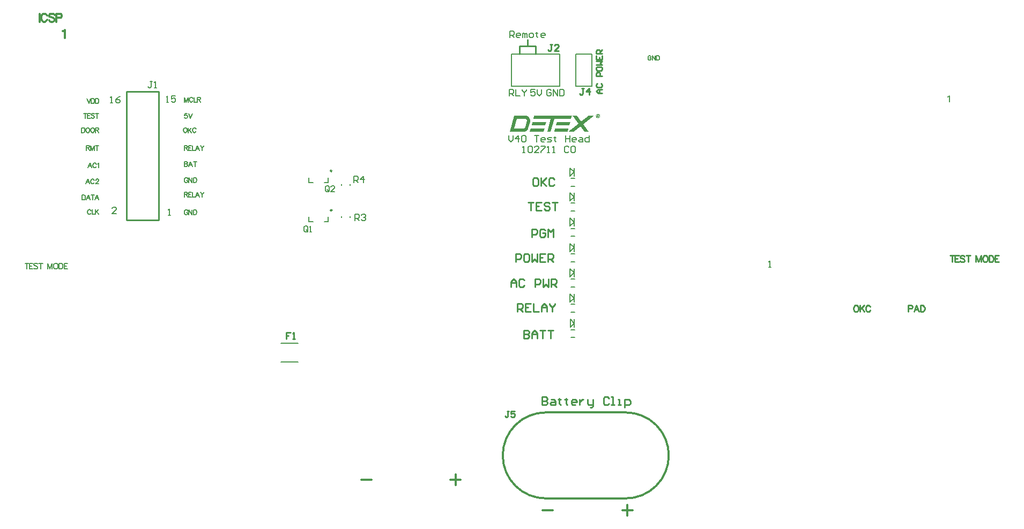
<source format=gto>
G04 Layer_Color=65535*
%FSLAX24Y24*%
%MOIN*%
G70*
G01*
G75*
%ADD16C,0.0120*%
%ADD19C,0.0100*%
%ADD41C,0.0098*%
%ADD42C,0.0040*%
%ADD43C,0.0079*%
%ADD44C,0.0080*%
%ADD45C,0.0059*%
%ADD46C,0.0070*%
G36*
X1680Y25255D02*
X1705Y25252D01*
X1737Y25245D01*
X1765Y25235D01*
X1797Y25220D01*
X1825Y25203D01*
X1857Y25180D01*
X1883Y25152D01*
X1902Y25130D01*
X1925Y25095D01*
X1943Y25055D01*
X1955Y25013D01*
X1963Y24970D01*
X1960Y24922D01*
X1957Y24887D01*
X1842Y24465D01*
X1832Y24437D01*
X1817Y24410D01*
X1797Y24375D01*
X1772Y24345D01*
X1743Y24320D01*
X1717Y24300D01*
X1695Y24285D01*
X1667Y24275D01*
X1630Y24260D01*
X1587Y24253D01*
X1565Y24250D01*
X695D01*
X965Y25257D01*
X1650D01*
X1680Y25255D01*
D02*
G37*
G36*
X2803Y24250D02*
X1940D01*
X1998Y24460D01*
X2860D01*
X2803Y24250D01*
D02*
G37*
G36*
X6205Y25310D02*
X6209Y25309D01*
X6213Y25309D01*
X6218Y25308D01*
X6223Y25307D01*
X6227Y25306D01*
X6227D01*
X6227Y25306D01*
X6228Y25305D01*
X6230Y25304D01*
X6233Y25303D01*
X6235Y25301D01*
X6238Y25299D01*
X6241Y25296D01*
X6243Y25292D01*
X6243Y25292D01*
X6244Y25290D01*
X6245Y25288D01*
X6246Y25285D01*
X6248Y25282D01*
X6249Y25278D01*
X6249Y25273D01*
X6250Y25268D01*
Y25268D01*
Y25267D01*
Y25266D01*
X6249Y25264D01*
X6249Y25263D01*
X6249Y25261D01*
X6249Y25258D01*
X6248Y25256D01*
X6247Y25251D01*
X6245Y25245D01*
X6243Y25242D01*
X6242Y25239D01*
X6239Y25237D01*
X6237Y25234D01*
X6237Y25234D01*
X6237Y25234D01*
X6236Y25233D01*
X6235Y25232D01*
X6234Y25231D01*
X6232Y25230D01*
X6230Y25229D01*
X6228Y25227D01*
X6226Y25226D01*
X6223Y25224D01*
X6220Y25223D01*
X6217Y25222D01*
X6213Y25221D01*
X6209Y25220D01*
X6205Y25219D01*
X6200Y25218D01*
X6201Y25218D01*
X6202Y25217D01*
X6203Y25216D01*
X6204Y25214D01*
X6206Y25212D01*
X6208Y25209D01*
X6210Y25206D01*
X6212Y25203D01*
X6212Y25203D01*
X6213Y25202D01*
X6213Y25201D01*
X6214Y25200D01*
X6215Y25198D01*
X6216Y25195D01*
X6218Y25193D01*
X6219Y25189D01*
X6221Y25186D01*
X6223Y25182D01*
X6225Y25178D01*
X6227Y25173D01*
X6230Y25168D01*
X6232Y25162D01*
X6234Y25156D01*
X6237Y25150D01*
X6202D01*
Y25150D01*
X6201Y25151D01*
X6201Y25151D01*
X6201Y25153D01*
X6200Y25154D01*
X6199Y25156D01*
X6199Y25158D01*
X6198Y25160D01*
X6197Y25163D01*
X6196Y25166D01*
X6194Y25170D01*
X6193Y25173D01*
X6191Y25178D01*
X6189Y25182D01*
X6187Y25187D01*
X6185Y25192D01*
Y25192D01*
X6184Y25193D01*
X6184Y25194D01*
X6184Y25195D01*
X6182Y25197D01*
X6180Y25200D01*
X6178Y25204D01*
X6176Y25207D01*
X6173Y25211D01*
X6172Y25212D01*
X6170Y25213D01*
X6170Y25213D01*
X6169Y25213D01*
X6168Y25214D01*
X6167Y25215D01*
X6164Y25215D01*
X6162Y25216D01*
X6158Y25216D01*
X6154Y25216D01*
X6141D01*
X6127Y25150D01*
X6094D01*
X6128Y25310D01*
X6203D01*
X6205Y25310D01*
D02*
G37*
G36*
X4342Y24457D02*
X4285Y24248D01*
X3455D01*
X3512Y24460D01*
X4342Y24457D01*
D02*
G37*
G36*
X4500Y25048D02*
X3455D01*
X3240Y24250D01*
X3033D01*
X3245Y25048D01*
X2155D01*
X2210Y25257D01*
X4555D01*
X4500Y25048D01*
D02*
G37*
G36*
X4392Y24648D02*
X3562D01*
X3620Y24857D01*
X4448D01*
X4392Y24648D01*
D02*
G37*
G36*
X5247Y24722D02*
X5602Y24250D01*
X5340D01*
X5085Y24592D01*
X4655Y24250D01*
X4320D01*
X4960Y24760D01*
X4590Y25257D01*
X4852D01*
X5125Y24890D01*
X5585Y25257D01*
X5920D01*
X5247Y24722D01*
D02*
G37*
G36*
X2910Y24648D02*
X2048D01*
X2105Y24857D01*
X2968D01*
X2910Y24648D01*
D02*
G37*
%LPC*%
G36*
X1128Y25053D02*
X965Y24444D01*
X970Y24460D01*
X1560D01*
X1585Y24465D01*
X1595Y24470D01*
X1610Y24480D01*
X1622Y24492D01*
X1632Y24505D01*
X1643Y24525D01*
X1650Y24550D01*
X1752Y24965D01*
X1750Y24978D01*
X1745Y24987D01*
X1737Y25000D01*
X1723Y25015D01*
X1713Y25027D01*
X1685Y25043D01*
X1670Y25048D01*
X1650Y25050D01*
X1128Y25048D01*
X1128Y25053D01*
D02*
G37*
G36*
X6196Y25283D02*
X6155D01*
X6146Y25240D01*
X6170D01*
X6172Y25240D01*
X6178Y25241D01*
X6183Y25241D01*
X6189Y25242D01*
X6192Y25242D01*
X6194Y25242D01*
X6196Y25243D01*
X6198Y25243D01*
X6199Y25243D01*
X6199Y25244D01*
X6201Y25245D01*
X6203Y25246D01*
X6205Y25247D01*
X6208Y25249D01*
X6210Y25251D01*
X6212Y25253D01*
X6212Y25253D01*
X6212Y25254D01*
X6213Y25256D01*
X6214Y25257D01*
X6215Y25260D01*
X6216Y25262D01*
X6217Y25265D01*
X6217Y25267D01*
Y25268D01*
Y25269D01*
X6216Y25270D01*
X6216Y25272D01*
X6215Y25274D01*
X6214Y25276D01*
X6212Y25279D01*
X6210Y25280D01*
X6209Y25281D01*
X6209Y25281D01*
X6208Y25281D01*
X6206Y25282D01*
X6203Y25282D01*
X6200Y25283D01*
X6196Y25283D01*
D02*
G37*
%LPD*%
D16*
X2935Y6774D02*
G03*
X2935Y1424I-7J-2675D01*
G01*
X7885D02*
G03*
X7885Y6774I17J2675D01*
G01*
X2935Y1424D02*
X7885D01*
X2935Y6774D02*
X7885D01*
X-7899Y2581D02*
X-8542D01*
X-2681Y2903D02*
Y2260D01*
X-2359Y2581D02*
X-3002D01*
X-28549Y31600D02*
Y31100D01*
X-28087Y31481D02*
X-28111Y31528D01*
X-28159Y31576D01*
X-28206Y31600D01*
X-28302D01*
X-28349Y31576D01*
X-28397Y31528D01*
X-28421Y31481D01*
X-28444Y31409D01*
Y31290D01*
X-28421Y31219D01*
X-28397Y31171D01*
X-28349Y31124D01*
X-28302Y31100D01*
X-28206D01*
X-28159Y31124D01*
X-28111Y31171D01*
X-28087Y31219D01*
X-27614Y31528D02*
X-27661Y31576D01*
X-27733Y31600D01*
X-27828D01*
X-27899Y31576D01*
X-27947Y31528D01*
Y31481D01*
X-27923Y31433D01*
X-27899Y31409D01*
X-27852Y31386D01*
X-27709Y31338D01*
X-27661Y31314D01*
X-27638Y31290D01*
X-27614Y31243D01*
Y31171D01*
X-27661Y31124D01*
X-27733Y31100D01*
X-27828D01*
X-27899Y31124D01*
X-27947Y31171D01*
X-27502Y31338D02*
X-27288D01*
X-27216Y31362D01*
X-27192Y31386D01*
X-27169Y31433D01*
Y31505D01*
X-27192Y31552D01*
X-27216Y31576D01*
X-27288Y31600D01*
X-27502D01*
Y31100D01*
X-27099Y30505D02*
X-27052Y30528D01*
X-26980Y30600D01*
Y30100D01*
X3375Y683D02*
X2733D01*
X8004Y362D02*
Y1004D01*
X8325Y683D02*
X7683D01*
D19*
X-21149Y18750D02*
Y26750D01*
X-23149Y18750D02*
X-21149D01*
X-23149D02*
Y26750D01*
X-21149D01*
X2301Y29100D02*
Y29600D01*
X1301D02*
X2301D01*
X1301Y29100D02*
Y29600D01*
X1801D02*
Y29973D01*
X-12933Y11750D02*
X-13199D01*
Y11550D01*
X-13066D01*
X-13199D01*
Y11350D01*
X-12799D02*
X-12666D01*
X-12733D01*
Y11750D01*
X-12799Y11683D01*
X634Y6850D02*
X517D01*
X576D01*
Y6558D01*
X517Y6500D01*
X459D01*
X401Y6558D01*
X984Y6850D02*
X751D01*
Y6675D01*
X867Y6733D01*
X926D01*
X984Y6675D01*
Y6558D01*
X926Y6500D01*
X809D01*
X751Y6558D01*
X3327Y29680D02*
X3194D01*
X3261D01*
Y29347D01*
X3194Y29280D01*
X3127D01*
X3061Y29347D01*
X3727Y29280D02*
X3461D01*
X3727Y29547D01*
Y29613D01*
X3661Y29680D01*
X3527D01*
X3461Y29613D01*
X5282Y26942D02*
X5149D01*
X5216D01*
Y26609D01*
X5149Y26542D01*
X5082D01*
X5016Y26609D01*
X5616Y26542D02*
Y26942D01*
X5416Y26742D01*
X5682D01*
X2371Y21380D02*
X2204D01*
X2121Y21297D01*
Y20963D01*
X2204Y20880D01*
X2371D01*
X2454Y20963D01*
Y21297D01*
X2371Y21380D01*
X2621D02*
Y20880D01*
Y21047D01*
X2954Y21380D01*
X2704Y21130D01*
X2954Y20880D01*
X3454Y21297D02*
X3370Y21380D01*
X3204D01*
X3120Y21297D01*
Y20963D01*
X3204Y20880D01*
X3370D01*
X3454Y20963D01*
X6422Y26664D02*
X6189D01*
X6072Y26781D01*
X6189Y26897D01*
X6422D01*
X6247D01*
Y26664D01*
X6130Y27247D02*
X6072Y27189D01*
Y27072D01*
X6130Y27014D01*
X6364D01*
X6422Y27072D01*
Y27189D01*
X6364Y27247D01*
X6422Y27714D02*
X6072D01*
Y27889D01*
X6130Y27947D01*
X6247D01*
X6305Y27889D01*
Y27714D01*
X6072Y28239D02*
Y28122D01*
X6130Y28064D01*
X6364D01*
X6422Y28122D01*
Y28239D01*
X6364Y28297D01*
X6130D01*
X6072Y28239D01*
Y28414D02*
X6422D01*
X6305Y28530D01*
X6422Y28647D01*
X6072D01*
Y28997D02*
Y28763D01*
X6422D01*
Y28997D01*
X6247Y28763D02*
Y28880D01*
X6422Y29113D02*
X6072D01*
Y29288D01*
X6130Y29347D01*
X6247D01*
X6305Y29288D01*
Y29113D01*
Y29230D02*
X6422Y29347D01*
X1551Y11900D02*
Y11400D01*
X1801D01*
X1884Y11484D01*
Y11567D01*
X1801Y11650D01*
X1551D01*
X1801D01*
X1884Y11734D01*
Y11817D01*
X1801Y11900D01*
X1551D01*
X2051Y11400D02*
Y11734D01*
X2217Y11900D01*
X2384Y11734D01*
Y11400D01*
Y11650D01*
X2051D01*
X2550Y11900D02*
X2884D01*
X2717D01*
Y11400D01*
X3050Y11900D02*
X3384D01*
X3217D01*
Y11400D01*
X1151Y13064D02*
Y13564D01*
X1401D01*
X1484Y13480D01*
Y13314D01*
X1401Y13230D01*
X1151D01*
X1317D02*
X1484Y13064D01*
X1984Y13564D02*
X1651D01*
Y13064D01*
X1984D01*
X1651Y13314D02*
X1817D01*
X2150Y13564D02*
Y13064D01*
X2484D01*
X2650D02*
Y13397D01*
X2817Y13564D01*
X2984Y13397D01*
Y13064D01*
Y13314D01*
X2650D01*
X3150Y13564D02*
Y13480D01*
X3317Y13314D01*
X3483Y13480D01*
Y13564D01*
X3317Y13314D02*
Y13064D01*
X751Y14600D02*
Y14933D01*
X917Y15100D01*
X1084Y14933D01*
Y14600D01*
Y14850D01*
X751D01*
X1584Y15017D02*
X1501Y15100D01*
X1334D01*
X1251Y15017D01*
Y14683D01*
X1334Y14600D01*
X1501D01*
X1584Y14683D01*
X2250Y14600D02*
Y15100D01*
X2500D01*
X2584Y15017D01*
Y14850D01*
X2500Y14767D01*
X2250D01*
X2750Y15100D02*
Y14600D01*
X2917Y14767D01*
X3083Y14600D01*
Y15100D01*
X3250Y14600D02*
Y15100D01*
X3500D01*
X3583Y15017D01*
Y14850D01*
X3500Y14767D01*
X3250D01*
X3417D02*
X3583Y14600D01*
X1051Y16164D02*
Y16664D01*
X1301D01*
X1384Y16581D01*
Y16414D01*
X1301Y16331D01*
X1051D01*
X1801Y16664D02*
X1634D01*
X1551Y16581D01*
Y16247D01*
X1634Y16164D01*
X1801D01*
X1884Y16247D01*
Y16581D01*
X1801Y16664D01*
X2050D02*
Y16164D01*
X2217Y16331D01*
X2384Y16164D01*
Y16664D01*
X2884D02*
X2550D01*
Y16164D01*
X2884D01*
X2550Y16414D02*
X2717D01*
X3050Y16164D02*
Y16664D01*
X3300D01*
X3383Y16581D01*
Y16414D01*
X3300Y16331D01*
X3050D01*
X3217D02*
X3383Y16164D01*
X2051Y17700D02*
Y18200D01*
X2301D01*
X2384Y18117D01*
Y17950D01*
X2301Y17867D01*
X2051D01*
X2884Y18117D02*
X2801Y18200D01*
X2634D01*
X2551Y18117D01*
Y17783D01*
X2634Y17700D01*
X2801D01*
X2884Y17783D01*
Y17950D01*
X2717D01*
X3050Y17700D02*
Y18200D01*
X3217Y18033D01*
X3384Y18200D01*
Y17700D01*
X1841Y19860D02*
X2174D01*
X2007D01*
Y19360D01*
X2674Y19860D02*
X2341D01*
Y19360D01*
X2674D01*
X2341Y19610D02*
X2507D01*
X3174Y19777D02*
X3090Y19860D01*
X2924D01*
X2840Y19777D01*
Y19693D01*
X2924Y19610D01*
X3090D01*
X3174Y19527D01*
Y19443D01*
X3090Y19360D01*
X2924D01*
X2840Y19443D01*
X3340Y19860D02*
X3674D01*
X3507D01*
Y19360D01*
X2680Y7744D02*
Y7244D01*
X2930D01*
X3014Y7328D01*
Y7411D01*
X2930Y7494D01*
X2680D01*
X2930D01*
X3014Y7578D01*
Y7661D01*
X2930Y7744D01*
X2680D01*
X3264Y7578D02*
X3430D01*
X3514Y7494D01*
Y7244D01*
X3264D01*
X3180Y7328D01*
X3264Y7411D01*
X3514D01*
X3763Y7661D02*
Y7578D01*
X3680D01*
X3847D01*
X3763D01*
Y7328D01*
X3847Y7244D01*
X4180Y7661D02*
Y7578D01*
X4097D01*
X4263D01*
X4180D01*
Y7328D01*
X4263Y7244D01*
X4763D02*
X4596D01*
X4513Y7328D01*
Y7494D01*
X4596Y7578D01*
X4763D01*
X4846Y7494D01*
Y7411D01*
X4513D01*
X5013Y7578D02*
Y7244D01*
Y7411D01*
X5096Y7494D01*
X5180Y7578D01*
X5263D01*
X5513D02*
Y7328D01*
X5596Y7244D01*
X5846D01*
Y7161D01*
X5763Y7078D01*
X5679D01*
X5846Y7244D02*
Y7578D01*
X6846Y7661D02*
X6762Y7744D01*
X6596D01*
X6513Y7661D01*
Y7328D01*
X6596Y7244D01*
X6762D01*
X6846Y7328D01*
X7012Y7244D02*
X7179D01*
X7096D01*
Y7744D01*
X7012D01*
X7429Y7244D02*
X7596D01*
X7512D01*
Y7578D01*
X7429D01*
X7845Y7078D02*
Y7578D01*
X8095D01*
X8179Y7494D01*
Y7328D01*
X8095Y7244D01*
X7845D01*
X22177Y13445D02*
X22139Y13426D01*
X22101Y13388D01*
X22082Y13349D01*
X22063Y13292D01*
Y13197D01*
X22082Y13140D01*
X22101Y13102D01*
X22139Y13064D01*
X22177Y13045D01*
X22253D01*
X22291Y13064D01*
X22329Y13102D01*
X22348Y13140D01*
X22367Y13197D01*
Y13292D01*
X22348Y13349D01*
X22329Y13388D01*
X22291Y13426D01*
X22253Y13445D01*
X22177D01*
X22461D02*
Y13045D01*
X22727Y13445D02*
X22461Y13178D01*
X22556Y13273D02*
X22727Y13045D01*
X23102Y13349D02*
X23083Y13388D01*
X23045Y13426D01*
X23007Y13445D01*
X22931D01*
X22893Y13426D01*
X22855Y13388D01*
X22836Y13349D01*
X22817Y13292D01*
Y13197D01*
X22836Y13140D01*
X22855Y13102D01*
X22893Y13064D01*
X22931Y13045D01*
X23007D01*
X23045Y13064D01*
X23083Y13102D01*
X23102Y13140D01*
X25463Y13235D02*
X25634D01*
X25691Y13254D01*
X25710Y13273D01*
X25729Y13311D01*
Y13369D01*
X25710Y13407D01*
X25691Y13426D01*
X25634Y13445D01*
X25463D01*
Y13045D01*
X26123D02*
X25971Y13445D01*
X25819Y13045D01*
X25876Y13178D02*
X26066D01*
X26217Y13445D02*
Y13045D01*
Y13445D02*
X26350D01*
X26407Y13426D01*
X26445Y13388D01*
X26464Y13349D01*
X26483Y13292D01*
Y13197D01*
X26464Y13140D01*
X26445Y13102D01*
X26407Y13064D01*
X26350Y13045D01*
X26217D01*
X28196Y16545D02*
Y16145D01*
X28063Y16545D02*
X28329D01*
X28624D02*
X28377D01*
Y16145D01*
X28624D01*
X28377Y16354D02*
X28529D01*
X28958Y16488D02*
X28920Y16526D01*
X28863Y16545D01*
X28786D01*
X28729Y16526D01*
X28691Y16488D01*
Y16450D01*
X28710Y16411D01*
X28729Y16392D01*
X28767Y16373D01*
X28882Y16335D01*
X28920Y16316D01*
X28939Y16297D01*
X28958Y16259D01*
Y16202D01*
X28920Y16164D01*
X28863Y16145D01*
X28786D01*
X28729Y16164D01*
X28691Y16202D01*
X29181Y16545D02*
Y16145D01*
X29047Y16545D02*
X29314D01*
X29676D02*
Y16145D01*
Y16545D02*
X29828Y16145D01*
X29980Y16545D02*
X29828Y16145D01*
X29980Y16545D02*
Y16145D01*
X30209Y16545D02*
X30171Y16526D01*
X30133Y16488D01*
X30114Y16450D01*
X30095Y16392D01*
Y16297D01*
X30114Y16240D01*
X30133Y16202D01*
X30171Y16164D01*
X30209Y16145D01*
X30285D01*
X30323Y16164D01*
X30361Y16202D01*
X30380Y16240D01*
X30399Y16297D01*
Y16392D01*
X30380Y16450D01*
X30361Y16488D01*
X30323Y16526D01*
X30285Y16545D01*
X30209D01*
X30493D02*
Y16145D01*
Y16545D02*
X30626D01*
X30683Y16526D01*
X30721Y16488D01*
X30740Y16450D01*
X30759Y16392D01*
Y16297D01*
X30740Y16240D01*
X30721Y16202D01*
X30683Y16164D01*
X30626Y16145D01*
X30493D01*
X31096Y16545D02*
X30849D01*
Y16145D01*
X31096D01*
X30849Y16354D02*
X31001D01*
D41*
X-10363Y19366D02*
G03*
X-10363Y19366I-49J0D01*
G01*
Y21816D02*
G03*
X-10363Y21816I-49J0D01*
G01*
D42*
X6292Y25230D02*
G03*
X6292Y25230I-120J0D01*
G01*
D43*
X-11810Y18638D02*
X-11554D01*
X-11810D02*
Y18938D01*
X-10846Y18638D02*
X-10590D01*
Y18938D01*
X-9244Y20930D02*
Y20970D01*
X-9756Y20930D02*
Y20970D01*
X-9244Y18930D02*
Y18970D01*
X-9756Y18930D02*
Y18970D01*
X-11810Y21088D02*
X-11554D01*
X-11810D02*
Y21388D01*
X-10846Y21088D02*
X-10590D01*
Y21388D01*
X-13531Y11081D02*
X-12468D01*
X-13531Y9919D02*
X-12468D01*
X4440Y21486D02*
Y21986D01*
Y21486D02*
X4690Y21736D01*
X4440Y21986D02*
X4690Y21736D01*
Y21486D02*
Y21986D01*
X4483Y21346D02*
X4719D01*
X4483Y20854D02*
X4719D01*
X4445Y18371D02*
Y18871D01*
Y18371D02*
X4695Y18621D01*
X4445Y18871D02*
X4695Y18621D01*
Y18371D02*
Y18871D01*
X4487Y18231D02*
X4724D01*
X4487Y17739D02*
X4724D01*
X4445Y13646D02*
Y14146D01*
Y13646D02*
X4695Y13896D01*
X4445Y14146D02*
X4695Y13896D01*
Y13646D02*
Y14146D01*
X4487Y13507D02*
X4724D01*
X4487Y13015D02*
X4724D01*
X4445Y16796D02*
Y17296D01*
Y16796D02*
X4695Y17046D01*
X4445Y17296D02*
X4695Y17046D01*
Y16796D02*
Y17296D01*
X4487Y16656D02*
X4724D01*
X4487Y16164D02*
X4724D01*
X4445Y15221D02*
Y15721D01*
Y15221D02*
X4695Y15471D01*
X4445Y15721D02*
X4695Y15471D01*
Y15221D02*
Y15721D01*
X4487Y15081D02*
X4724D01*
X4487Y14589D02*
X4724D01*
X1884Y27100D02*
X3801D01*
X801D02*
X3801D01*
X801Y29100D02*
X3801D01*
X801Y27100D02*
Y29100D01*
X3801Y27100D02*
Y29100D01*
X4801Y27100D02*
Y29100D01*
Y27100D02*
X5801D01*
Y29100D01*
X4801D02*
X5801D01*
X4452Y12072D02*
Y12572D01*
Y12072D02*
X4702Y12322D01*
X4452Y12572D02*
X4702Y12322D01*
Y12072D02*
Y12572D01*
X4494Y11932D02*
X4731D01*
X4494Y11440D02*
X4731D01*
X4445Y19951D02*
Y20451D01*
Y19951D02*
X4695Y20201D01*
X4445Y20451D02*
X4695Y20201D01*
Y19951D02*
Y20451D01*
X4487Y19811D02*
X4724D01*
X4487Y19319D02*
X4724D01*
X-29333Y16065D02*
Y15715D01*
X-29449Y16065D02*
X-29216D01*
X-28958D02*
X-29174D01*
Y15715D01*
X-28958D01*
X-29174Y15898D02*
X-29041D01*
X-28666Y16015D02*
X-28699Y16048D01*
X-28749Y16065D01*
X-28816D01*
X-28866Y16048D01*
X-28899Y16015D01*
Y15982D01*
X-28883Y15948D01*
X-28866Y15932D01*
X-28833Y15915D01*
X-28733Y15882D01*
X-28699Y15865D01*
X-28683Y15848D01*
X-28666Y15815D01*
Y15765D01*
X-28699Y15732D01*
X-28749Y15715D01*
X-28816D01*
X-28866Y15732D01*
X-28899Y15765D01*
X-28471Y16065D02*
Y15715D01*
X-28588Y16065D02*
X-28354D01*
X-28038D02*
Y15715D01*
Y16065D02*
X-27905Y15715D01*
X-27771Y16065D02*
X-27905Y15715D01*
X-27771Y16065D02*
Y15715D01*
X-27571Y16065D02*
X-27605Y16048D01*
X-27638Y16015D01*
X-27655Y15982D01*
X-27671Y15932D01*
Y15848D01*
X-27655Y15798D01*
X-27638Y15765D01*
X-27605Y15732D01*
X-27571Y15715D01*
X-27505D01*
X-27471Y15732D01*
X-27438Y15765D01*
X-27421Y15798D01*
X-27405Y15848D01*
Y15932D01*
X-27421Y15982D01*
X-27438Y16015D01*
X-27471Y16048D01*
X-27505Y16065D01*
X-27571D01*
X-27323D02*
Y15715D01*
Y16065D02*
X-27206D01*
X-27156Y16048D01*
X-27123Y16015D01*
X-27106Y15982D01*
X-27090Y15932D01*
Y15848D01*
X-27106Y15798D01*
X-27123Y15765D01*
X-27156Y15732D01*
X-27206Y15715D01*
X-27323D01*
X-26795Y16065D02*
X-27011D01*
Y15715D01*
X-26795D01*
X-27011Y15898D02*
X-26878D01*
X27933Y26423D02*
X27970Y26442D01*
X28026Y26498D01*
Y26105D01*
D44*
X632Y24020D02*
Y23753D01*
X765Y23620D01*
X898Y23753D01*
Y24020D01*
X1232Y23620D02*
Y24020D01*
X1032Y23820D01*
X1298D01*
X1432Y23953D02*
X1498Y24020D01*
X1631D01*
X1698Y23953D01*
Y23687D01*
X1631Y23620D01*
X1498D01*
X1432Y23687D01*
Y23953D01*
X2231Y24020D02*
X2498D01*
X2365D01*
Y23620D01*
X2831D02*
X2698D01*
X2631Y23687D01*
Y23820D01*
X2698Y23887D01*
X2831D01*
X2898Y23820D01*
Y23753D01*
X2631D01*
X3031Y23620D02*
X3231D01*
X3298Y23687D01*
X3231Y23753D01*
X3098D01*
X3031Y23820D01*
X3098Y23887D01*
X3298D01*
X3498Y23953D02*
Y23887D01*
X3431D01*
X3564D01*
X3498D01*
Y23687D01*
X3564Y23620D01*
X4164Y24020D02*
Y23620D01*
Y23820D01*
X4431D01*
Y24020D01*
Y23620D01*
X4764D02*
X4631D01*
X4564Y23687D01*
Y23820D01*
X4631Y23887D01*
X4764D01*
X4830Y23820D01*
Y23753D01*
X4564D01*
X5030Y23887D02*
X5164D01*
X5230Y23820D01*
Y23620D01*
X5030D01*
X4964Y23687D01*
X5030Y23753D01*
X5230D01*
X5630Y24020D02*
Y23620D01*
X5430D01*
X5364Y23687D01*
Y23820D01*
X5430Y23887D01*
X5630D01*
X1498Y22948D02*
X1631D01*
X1565D01*
Y23348D01*
X1498Y23281D01*
X1831D02*
X1898Y23348D01*
X2031D01*
X2098Y23281D01*
Y23015D01*
X2031Y22948D01*
X1898D01*
X1831Y23015D01*
Y23281D01*
X2498Y22948D02*
X2231D01*
X2498Y23215D01*
Y23281D01*
X2431Y23348D01*
X2298D01*
X2231Y23281D01*
X2631Y23348D02*
X2898D01*
Y23281D01*
X2631Y23015D01*
Y22948D01*
X3031D02*
X3164D01*
X3098D01*
Y23348D01*
X3031Y23281D01*
X3364Y22948D02*
X3498D01*
X3431D01*
Y23348D01*
X3364Y23281D01*
X4364D02*
X4297Y23348D01*
X4164D01*
X4097Y23281D01*
Y23015D01*
X4164Y22948D01*
X4297D01*
X4364Y23015D01*
X4497Y23281D02*
X4564Y23348D01*
X4697D01*
X4764Y23281D01*
Y23015D01*
X4697Y22948D01*
X4564D01*
X4497Y23015D01*
Y23281D01*
X-9000Y21100D02*
Y21500D01*
X-8800D01*
X-8733Y21433D01*
Y21300D01*
X-8800Y21233D01*
X-9000D01*
X-8867D02*
X-8733Y21100D01*
X-8400D02*
Y21500D01*
X-8600Y21300D01*
X-8334D01*
X-8950Y18713D02*
Y19113D01*
X-8750D01*
X-8683Y19047D01*
Y18913D01*
X-8750Y18847D01*
X-8950D01*
X-8817D02*
X-8683Y18713D01*
X-8550Y19047D02*
X-8483Y19113D01*
X-8350D01*
X-8284Y19047D01*
Y18980D01*
X-8350Y18913D01*
X-8417D01*
X-8350D01*
X-8284Y18847D01*
Y18780D01*
X-8350Y18713D01*
X-8483D01*
X-8550Y18780D01*
X-21533Y27400D02*
X-21666D01*
X-21599D01*
Y27067D01*
X-21666Y27000D01*
X-21733D01*
X-21799Y27067D01*
X-21399Y27000D02*
X-21266D01*
X-21333D01*
Y27400D01*
X-21399Y27333D01*
X-19549Y23387D02*
Y23088D01*
Y23387D02*
X-19421D01*
X-19378Y23373D01*
X-19364Y23359D01*
X-19349Y23330D01*
Y23302D01*
X-19364Y23273D01*
X-19378Y23259D01*
X-19421Y23245D01*
X-19549D01*
X-19449D02*
X-19349Y23088D01*
X-19096Y23387D02*
X-19282D01*
Y23088D01*
X-19096D01*
X-19282Y23245D02*
X-19168D01*
X-19046Y23387D02*
Y23088D01*
X-18875D01*
X-18614D02*
X-18728Y23387D01*
X-18842Y23088D01*
X-18799Y23188D02*
X-18657D01*
X-18544Y23387D02*
X-18429Y23245D01*
Y23088D01*
X-18315Y23387D02*
X-18429Y23245D01*
X-19335Y21316D02*
X-19349Y21345D01*
X-19378Y21373D01*
X-19406Y21387D01*
X-19464D01*
X-19492Y21373D01*
X-19521Y21345D01*
X-19535Y21316D01*
X-19549Y21273D01*
Y21202D01*
X-19535Y21159D01*
X-19521Y21130D01*
X-19492Y21102D01*
X-19464Y21088D01*
X-19406D01*
X-19378Y21102D01*
X-19349Y21130D01*
X-19335Y21159D01*
Y21202D01*
X-19406D02*
X-19335D01*
X-19266Y21387D02*
Y21088D01*
Y21387D02*
X-19066Y21088D01*
Y21387D02*
Y21088D01*
X-18984Y21387D02*
Y21088D01*
Y21387D02*
X-18884D01*
X-18841Y21373D01*
X-18812Y21345D01*
X-18798Y21316D01*
X-18784Y21273D01*
Y21202D01*
X-18798Y21159D01*
X-18812Y21130D01*
X-18841Y21102D01*
X-18884Y21088D01*
X-18984D01*
X-19378Y25387D02*
X-19521D01*
X-19535Y25259D01*
X-19521Y25273D01*
X-19478Y25287D01*
X-19435D01*
X-19392Y25273D01*
X-19364Y25245D01*
X-19349Y25202D01*
Y25173D01*
X-19364Y25130D01*
X-19392Y25102D01*
X-19435Y25088D01*
X-19478D01*
X-19521Y25102D01*
X-19535Y25116D01*
X-19549Y25145D01*
X-19282Y25387D02*
X-19168Y25088D01*
X-19054Y25387D02*
X-19168Y25088D01*
X-19514Y24500D02*
X-19542Y24486D01*
X-19571Y24457D01*
X-19585Y24429D01*
X-19599Y24386D01*
Y24314D01*
X-19585Y24271D01*
X-19571Y24243D01*
X-19542Y24214D01*
X-19514Y24200D01*
X-19456D01*
X-19428Y24214D01*
X-19399Y24243D01*
X-19385Y24271D01*
X-19371Y24314D01*
Y24386D01*
X-19385Y24429D01*
X-19399Y24457D01*
X-19428Y24486D01*
X-19456Y24500D01*
X-19514D01*
X-19301D02*
Y24200D01*
X-19101Y24500D02*
X-19301Y24300D01*
X-19229Y24371D02*
X-19101Y24200D01*
X-18819Y24429D02*
X-18834Y24457D01*
X-18862Y24486D01*
X-18891Y24500D01*
X-18948D01*
X-18976Y24486D01*
X-19005Y24457D01*
X-19019Y24429D01*
X-19034Y24386D01*
Y24314D01*
X-19019Y24271D01*
X-19005Y24243D01*
X-18976Y24214D01*
X-18948Y24200D01*
X-18891D01*
X-18862Y24214D01*
X-18834Y24243D01*
X-18819Y24271D01*
X-25699Y25400D02*
Y25100D01*
X-25799Y25400D02*
X-25599D01*
X-25378D02*
X-25564D01*
Y25100D01*
X-25378D01*
X-25564Y25257D02*
X-25449D01*
X-25128Y25357D02*
X-25156Y25386D01*
X-25199Y25400D01*
X-25256D01*
X-25299Y25386D01*
X-25328Y25357D01*
Y25329D01*
X-25314Y25300D01*
X-25299Y25286D01*
X-25271Y25271D01*
X-25185Y25243D01*
X-25156Y25229D01*
X-25142Y25214D01*
X-25128Y25186D01*
Y25143D01*
X-25156Y25114D01*
X-25199Y25100D01*
X-25256D01*
X-25299Y25114D01*
X-25328Y25143D01*
X-24961Y25400D02*
Y25100D01*
X-25061Y25400D02*
X-24861D01*
X-25925Y24500D02*
Y24200D01*
Y24500D02*
X-25825D01*
X-25782Y24486D01*
X-25754Y24457D01*
X-25739Y24429D01*
X-25725Y24386D01*
Y24314D01*
X-25739Y24271D01*
X-25754Y24243D01*
X-25782Y24214D01*
X-25825Y24200D01*
X-25925D01*
X-25572Y24500D02*
X-25601Y24486D01*
X-25629Y24457D01*
X-25644Y24429D01*
X-25658Y24386D01*
Y24314D01*
X-25644Y24271D01*
X-25629Y24243D01*
X-25601Y24214D01*
X-25572Y24200D01*
X-25515D01*
X-25486Y24214D01*
X-25458Y24243D01*
X-25444Y24271D01*
X-25429Y24314D01*
Y24386D01*
X-25444Y24429D01*
X-25458Y24457D01*
X-25486Y24486D01*
X-25515Y24500D01*
X-25572D01*
X-25274D02*
X-25302Y24486D01*
X-25331Y24457D01*
X-25345Y24429D01*
X-25359Y24386D01*
Y24314D01*
X-25345Y24271D01*
X-25331Y24243D01*
X-25302Y24214D01*
X-25274Y24200D01*
X-25216D01*
X-25188Y24214D01*
X-25159Y24243D01*
X-25145Y24271D01*
X-25131Y24314D01*
Y24386D01*
X-25145Y24429D01*
X-25159Y24457D01*
X-25188Y24486D01*
X-25216Y24500D01*
X-25274D01*
X-25061D02*
Y24200D01*
Y24500D02*
X-24932D01*
X-24889Y24486D01*
X-24875Y24471D01*
X-24861Y24443D01*
Y24414D01*
X-24875Y24386D01*
X-24889Y24371D01*
X-24932Y24357D01*
X-25061D01*
X-24961D02*
X-24861Y24200D01*
X-19549Y26400D02*
Y26100D01*
Y26400D02*
X-19435Y26100D01*
X-19321Y26400D02*
X-19435Y26100D01*
X-19321Y26400D02*
Y26100D01*
X-19021Y26329D02*
X-19035Y26357D01*
X-19064Y26386D01*
X-19092Y26400D01*
X-19149D01*
X-19178Y26386D01*
X-19206Y26357D01*
X-19221Y26329D01*
X-19235Y26286D01*
Y26214D01*
X-19221Y26171D01*
X-19206Y26143D01*
X-19178Y26114D01*
X-19149Y26100D01*
X-19092D01*
X-19064Y26114D01*
X-19035Y26143D01*
X-19021Y26171D01*
X-18936Y26400D02*
Y26100D01*
X-18765D01*
X-18732Y26400D02*
Y26100D01*
Y26400D02*
X-18604D01*
X-18561Y26386D01*
X-18547Y26371D01*
X-18532Y26343D01*
Y26314D01*
X-18547Y26286D01*
X-18561Y26271D01*
X-18604Y26257D01*
X-18732D01*
X-18632D02*
X-18532Y26100D01*
X-25429Y21005D02*
X-25544Y21305D01*
X-25658Y21005D01*
X-25615Y21105D02*
X-25472D01*
X-25145Y21233D02*
X-25159Y21262D01*
X-25188Y21290D01*
X-25216Y21305D01*
X-25274D01*
X-25302Y21290D01*
X-25331Y21262D01*
X-25345Y21233D01*
X-25359Y21190D01*
Y21119D01*
X-25345Y21076D01*
X-25331Y21047D01*
X-25302Y21019D01*
X-25274Y21005D01*
X-25216D01*
X-25188Y21019D01*
X-25159Y21047D01*
X-25145Y21076D01*
X-25047Y21233D02*
Y21247D01*
X-25032Y21276D01*
X-25018Y21290D01*
X-24989Y21305D01*
X-24932D01*
X-24904Y21290D01*
X-24889Y21276D01*
X-24875Y21247D01*
Y21219D01*
X-24889Y21190D01*
X-24918Y21147D01*
X-25061Y21005D01*
X-24861D01*
X-25301Y22005D02*
X-25415Y22305D01*
X-25529Y22005D01*
X-25486Y22105D02*
X-25344D01*
X-25017Y22233D02*
X-25031Y22262D01*
X-25059Y22290D01*
X-25088Y22305D01*
X-25145D01*
X-25174Y22290D01*
X-25202Y22262D01*
X-25216Y22233D01*
X-25231Y22190D01*
Y22119D01*
X-25216Y22076D01*
X-25202Y22048D01*
X-25174Y22019D01*
X-25145Y22005D01*
X-25088D01*
X-25059Y22019D01*
X-25031Y22048D01*
X-25017Y22076D01*
X-24932Y22247D02*
X-24904Y22262D01*
X-24861Y22305D01*
Y22005D01*
X-19549Y20487D02*
Y20188D01*
Y20487D02*
X-19421D01*
X-19378Y20473D01*
X-19364Y20459D01*
X-19349Y20430D01*
Y20402D01*
X-19364Y20373D01*
X-19378Y20359D01*
X-19421Y20345D01*
X-19549D01*
X-19449D02*
X-19349Y20188D01*
X-19096Y20487D02*
X-19282D01*
Y20188D01*
X-19096D01*
X-19282Y20345D02*
X-19168D01*
X-19046Y20487D02*
Y20188D01*
X-18875D01*
X-18614D02*
X-18728Y20487D01*
X-18842Y20188D01*
X-18799Y20288D02*
X-18657D01*
X-18544Y20487D02*
X-18429Y20345D01*
Y20188D01*
X-18315Y20487D02*
X-18429Y20345D01*
X-25642Y23400D02*
Y23100D01*
Y23400D02*
X-25514D01*
X-25471Y23386D01*
X-25456Y23371D01*
X-25442Y23343D01*
Y23314D01*
X-25456Y23286D01*
X-25471Y23271D01*
X-25514Y23257D01*
X-25642D01*
X-25542D02*
X-25442Y23100D01*
X-25375Y23400D02*
Y23100D01*
Y23400D02*
X-25261Y23100D01*
X-25146Y23400D02*
X-25261Y23100D01*
X-25146Y23400D02*
Y23100D01*
X-24961Y23400D02*
Y23100D01*
X-25061Y23400D02*
X-24861D01*
X-19335Y19316D02*
X-19349Y19345D01*
X-19378Y19373D01*
X-19406Y19387D01*
X-19464D01*
X-19492Y19373D01*
X-19521Y19345D01*
X-19535Y19316D01*
X-19549Y19273D01*
Y19202D01*
X-19535Y19159D01*
X-19521Y19130D01*
X-19492Y19102D01*
X-19464Y19088D01*
X-19406D01*
X-19378Y19102D01*
X-19349Y19130D01*
X-19335Y19159D01*
Y19202D01*
X-19406D02*
X-19335D01*
X-19266Y19387D02*
Y19088D01*
Y19387D02*
X-19066Y19088D01*
Y19387D02*
Y19088D01*
X-18984Y19387D02*
Y19088D01*
Y19387D02*
X-18884D01*
X-18841Y19373D01*
X-18812Y19345D01*
X-18798Y19316D01*
X-18784Y19273D01*
Y19202D01*
X-18798Y19159D01*
X-18812Y19130D01*
X-18841Y19102D01*
X-18884Y19088D01*
X-18984D01*
X-19549Y22387D02*
Y22088D01*
Y22387D02*
X-19421D01*
X-19378Y22373D01*
X-19364Y22359D01*
X-19349Y22330D01*
Y22302D01*
X-19364Y22273D01*
X-19378Y22259D01*
X-19421Y22245D01*
X-19549D02*
X-19421D01*
X-19378Y22230D01*
X-19364Y22216D01*
X-19349Y22188D01*
Y22145D01*
X-19364Y22116D01*
X-19378Y22102D01*
X-19421Y22088D01*
X-19549D01*
X-19054D02*
X-19168Y22387D01*
X-19282Y22088D01*
X-19239Y22188D02*
X-19096D01*
X-18884Y22387D02*
Y22088D01*
X-18984Y22387D02*
X-18784D01*
X-25349Y19333D02*
X-25364Y19362D01*
X-25392Y19390D01*
X-25421Y19405D01*
X-25478D01*
X-25506Y19390D01*
X-25535Y19362D01*
X-25549Y19333D01*
X-25564Y19290D01*
Y19219D01*
X-25549Y19176D01*
X-25535Y19147D01*
X-25506Y19119D01*
X-25478Y19105D01*
X-25421D01*
X-25392Y19119D01*
X-25364Y19147D01*
X-25349Y19176D01*
X-25265Y19405D02*
Y19105D01*
X-25094D01*
X-25061Y19405D02*
Y19105D01*
X-24861Y19405D02*
X-25061Y19205D01*
X-24989Y19276D02*
X-24861Y19105D01*
X-25891Y20305D02*
Y20005D01*
Y20305D02*
X-25791D01*
X-25748Y20290D01*
X-25719Y20262D01*
X-25705Y20233D01*
X-25691Y20190D01*
Y20119D01*
X-25705Y20076D01*
X-25719Y20048D01*
X-25748Y20019D01*
X-25791Y20005D01*
X-25891D01*
X-25395D02*
X-25509Y20305D01*
X-25624Y20005D01*
X-25581Y20105D02*
X-25438D01*
X-25225Y20305D02*
Y20005D01*
X-25325Y20305D02*
X-25125D01*
X-24861Y20005D02*
X-24975Y20305D01*
X-25089Y20005D01*
X-25047Y20105D02*
X-24904D01*
X-25595Y26317D02*
X-25481Y26017D01*
X-25366Y26317D02*
X-25481Y26017D01*
X-25328Y26317D02*
Y26017D01*
Y26317D02*
X-25228D01*
X-25185Y26303D01*
X-25156Y26274D01*
X-25142Y26246D01*
X-25128Y26203D01*
Y26131D01*
X-25142Y26089D01*
X-25156Y26060D01*
X-25185Y26031D01*
X-25228Y26017D01*
X-25328D01*
X-25061Y26317D02*
Y26017D01*
Y26317D02*
X-24961D01*
X-24918Y26303D01*
X-24889Y26274D01*
X-24875Y26246D01*
X-24861Y26203D01*
Y26131D01*
X-24875Y26089D01*
X-24889Y26060D01*
X-24918Y26031D01*
X-24961Y26017D01*
X-25061D01*
X16811Y15820D02*
X16944D01*
X16877D01*
Y16220D01*
X16811Y16153D01*
X681Y30120D02*
Y30520D01*
X881D01*
X947Y30453D01*
Y30320D01*
X881Y30253D01*
X681D01*
X814D02*
X947Y30120D01*
X1281D02*
X1147D01*
X1081Y30187D01*
Y30320D01*
X1147Y30387D01*
X1281D01*
X1347Y30320D01*
Y30253D01*
X1081D01*
X1481Y30120D02*
Y30387D01*
X1547D01*
X1614Y30320D01*
Y30120D01*
Y30320D01*
X1680Y30387D01*
X1747Y30320D01*
Y30120D01*
X1947D02*
X2080D01*
X2147Y30187D01*
Y30320D01*
X2080Y30387D01*
X1947D01*
X1880Y30320D01*
Y30187D01*
X1947Y30120D01*
X2347Y30453D02*
Y30387D01*
X2280D01*
X2414D01*
X2347D01*
Y30187D01*
X2414Y30120D01*
X2813D02*
X2680D01*
X2614Y30187D01*
Y30320D01*
X2680Y30387D01*
X2813D01*
X2880Y30320D01*
Y30253D01*
X2614D01*
X2246Y26900D02*
X1980D01*
Y26700D01*
X2113Y26767D01*
X2180D01*
X2246Y26700D01*
Y26567D01*
X2180Y26500D01*
X2046D01*
X1980Y26567D01*
X2380Y26900D02*
Y26633D01*
X2513Y26500D01*
X2646Y26633D01*
Y26900D01*
X3267Y26833D02*
X3201Y26900D01*
X3067D01*
X3001Y26833D01*
Y26567D01*
X3067Y26500D01*
X3201D01*
X3267Y26567D01*
Y26700D01*
X3134D01*
X3401Y26500D02*
Y26900D01*
X3667Y26500D01*
Y26900D01*
X3801D02*
Y26500D01*
X4000D01*
X4067Y26567D01*
Y26833D01*
X4000Y26900D01*
X3801D01*
X671Y26500D02*
Y26900D01*
X871D01*
X937Y26833D01*
Y26700D01*
X871Y26633D01*
X671D01*
X804D02*
X937Y26500D01*
X1071Y26900D02*
Y26500D01*
X1337D01*
X1471Y26900D02*
Y26833D01*
X1604Y26700D01*
X1737Y26833D01*
Y26900D01*
X1604Y26700D02*
Y26500D01*
D45*
X9471Y28929D02*
X9428Y28971D01*
X9343D01*
X9300Y28929D01*
Y28758D01*
X9343Y28715D01*
X9428D01*
X9471Y28758D01*
Y28843D01*
X9385D01*
X9556Y28715D02*
Y28971D01*
X9726Y28715D01*
Y28971D01*
X9812D02*
Y28715D01*
X9940D01*
X9982Y28758D01*
Y28929D01*
X9940Y28971D01*
X9812D01*
D46*
X-11867Y18091D02*
Y18325D01*
X-11925Y18383D01*
X-12042D01*
X-12100Y18325D01*
Y18091D01*
X-12042Y18033D01*
X-11925D01*
X-11983Y18150D02*
X-11867Y18033D01*
X-11925D02*
X-11867Y18091D01*
X-11750Y18033D02*
X-11633D01*
X-11692D01*
Y18383D01*
X-11750Y18325D01*
X-10544Y20591D02*
Y20825D01*
X-10602Y20883D01*
X-10718D01*
X-10777Y20825D01*
Y20591D01*
X-10718Y20533D01*
X-10602D01*
X-10660Y20650D02*
X-10544Y20533D01*
X-10602D02*
X-10544Y20591D01*
X-10194Y20533D02*
X-10427D01*
X-10194Y20766D01*
Y20825D01*
X-10252Y20883D01*
X-10369D01*
X-10427Y20825D01*
X-24149Y26050D02*
X-24016D01*
X-24083D01*
Y26450D01*
X-24149Y26383D01*
X-23549Y26450D02*
X-23683Y26383D01*
X-23816Y26250D01*
Y26117D01*
X-23749Y26050D01*
X-23616D01*
X-23549Y26117D01*
Y26183D01*
X-23616Y26250D01*
X-23816D01*
X-20649Y26100D02*
X-20526D01*
X-20588D01*
Y26470D01*
X-20649Y26408D01*
X-20094Y26470D02*
X-20341D01*
Y26285D01*
X-20218Y26347D01*
X-20156D01*
X-20094Y26285D01*
Y26162D01*
X-20156Y26100D01*
X-20279D01*
X-20341Y26162D01*
X-23783Y19150D02*
X-24049D01*
X-23783Y19417D01*
Y19483D01*
X-23849Y19550D01*
X-23983D01*
X-24049Y19483D01*
X-20549Y19050D02*
X-20416D01*
X-20483D01*
Y19450D01*
X-20549Y19383D01*
M02*

</source>
